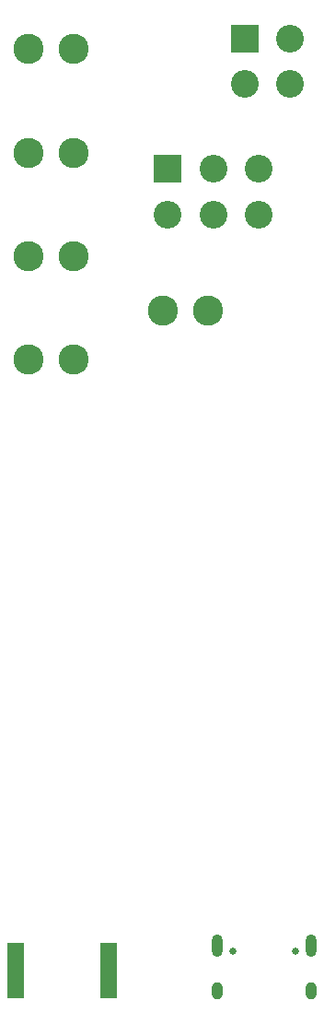
<source format=gbr>
%TF.GenerationSoftware,KiCad,Pcbnew,9.0.1*%
%TF.CreationDate,2025-07-21T15:53:40-04:00*%
%TF.ProjectId,wrangler,7772616e-676c-4657-922e-6b696361645f,rev?*%
%TF.SameCoordinates,Original*%
%TF.FileFunction,Soldermask,Bot*%
%TF.FilePolarity,Negative*%
%FSLAX46Y46*%
G04 Gerber Fmt 4.6, Leading zero omitted, Abs format (unit mm)*
G04 Created by KiCad (PCBNEW 9.0.1) date 2025-07-21 15:53:40*
%MOMM*%
%LPD*%
G01*
G04 APERTURE LIST*
%ADD10C,2.775000*%
%ADD11C,0.650000*%
%ADD12O,1.000000X2.100000*%
%ADD13O,1.000000X1.600000*%
%ADD14R,2.550000X2.550000*%
%ADD15C,2.550000*%
%ADD16R,1.500000X5.080000*%
G04 APERTURE END LIST*
D10*
%TO.C,J-LED1*%
X186100000Y-62500000D03*
X181900000Y-62500000D03*
%TD*%
%TO.C,J-Trigger1*%
X186100000Y-81500000D03*
X181900000Y-81500000D03*
%TD*%
%TO.C,J-BattLED1*%
X186100000Y-91000000D03*
X181900000Y-91000000D03*
%TD*%
D11*
%TO.C,J1*%
X200720000Y-145350000D03*
X206500000Y-145350000D03*
D12*
X199290000Y-144820000D03*
D13*
X199290000Y-149000000D03*
D12*
X207930000Y-144820000D03*
D13*
X207930000Y-149000000D03*
%TD*%
D14*
%TO.C,J-Joystick1*%
X194700000Y-73500000D03*
D15*
X194700000Y-77700000D03*
X198900000Y-73500000D03*
X198900000Y-77700000D03*
X203100000Y-73500000D03*
X203100000Y-77700000D03*
%TD*%
D10*
%TO.C,J-18650*%
X194250000Y-86500000D03*
X198450000Y-86500000D03*
%TD*%
D14*
%TO.C,J-PowerSwitch1*%
X201800000Y-61500000D03*
D15*
X201800000Y-65700000D03*
X206000000Y-61500000D03*
X206000000Y-65700000D03*
%TD*%
D10*
%TO.C,J-Spare1*%
X186100000Y-72000000D03*
X181900000Y-72000000D03*
%TD*%
D16*
%TO.C,J2*%
X189250000Y-147137500D03*
X180750000Y-147137500D03*
%TD*%
M02*

</source>
